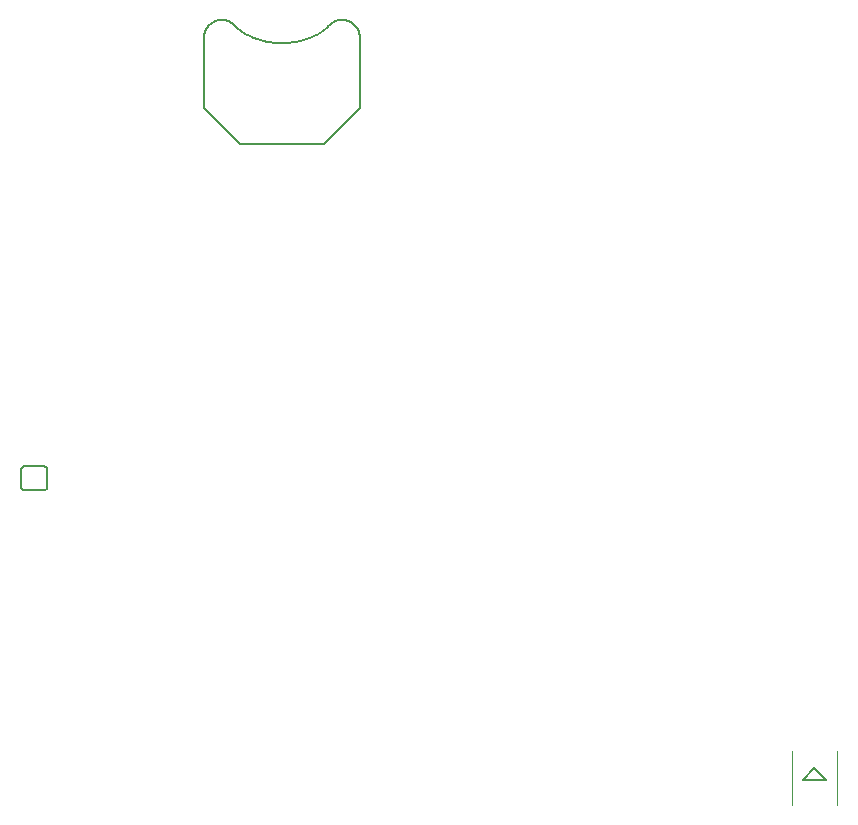
<source format=gbo>
G75*
%MOIN*%
%OFA0B0*%
%FSLAX25Y25*%
%IPPOS*%
%LPD*%
%AMOC8*
5,1,8,0,0,1.08239X$1,22.5*
%
%ADD10C,0.00500*%
%ADD11C,0.00400*%
%ADD12C,0.00800*%
%ADD13C,0.00600*%
D10*
X0140250Y0308050D02*
X0128300Y0320000D01*
X0128300Y0343600D01*
X0128302Y0343754D01*
X0128308Y0343907D01*
X0128318Y0344060D01*
X0128332Y0344213D01*
X0128349Y0344366D01*
X0128371Y0344518D01*
X0128397Y0344670D01*
X0128426Y0344820D01*
X0128460Y0344970D01*
X0128497Y0345119D01*
X0128538Y0345267D01*
X0128583Y0345414D01*
X0128631Y0345560D01*
X0128684Y0345704D01*
X0128740Y0345847D01*
X0128799Y0345989D01*
X0128863Y0346129D01*
X0128930Y0346267D01*
X0129000Y0346404D01*
X0129074Y0346538D01*
X0129151Y0346671D01*
X0129232Y0346802D01*
X0129316Y0346930D01*
X0129404Y0347057D01*
X0129494Y0347181D01*
X0129588Y0347302D01*
X0129685Y0347422D01*
X0129785Y0347538D01*
X0129888Y0347652D01*
X0129994Y0347764D01*
X0130102Y0347872D01*
X0130214Y0347978D01*
X0130328Y0348081D01*
X0130444Y0348181D01*
X0130564Y0348278D01*
X0130685Y0348371D01*
X0130809Y0348462D01*
X0130936Y0348549D01*
X0131064Y0348634D01*
X0131195Y0348714D01*
X0131328Y0348792D01*
X0131462Y0348866D01*
X0131599Y0348936D01*
X0131737Y0349003D01*
X0131877Y0349066D01*
X0132019Y0349126D01*
X0132162Y0349182D01*
X0132306Y0349234D01*
X0132452Y0349283D01*
X0132599Y0349328D01*
X0132747Y0349369D01*
X0132896Y0349406D01*
X0133046Y0349439D01*
X0133197Y0349469D01*
X0133348Y0349494D01*
X0133500Y0349516D01*
X0133653Y0349533D01*
X0133806Y0349547D01*
X0133959Y0349557D01*
X0134113Y0349563D01*
X0134266Y0349565D01*
X0134420Y0349563D01*
X0134573Y0349557D01*
X0134727Y0349547D01*
X0134880Y0349533D01*
X0135032Y0349515D01*
X0135184Y0349494D01*
X0135336Y0349468D01*
X0135486Y0349439D01*
X0135636Y0349405D01*
X0135785Y0349368D01*
X0135933Y0349327D01*
X0136080Y0349282D01*
X0136226Y0349233D01*
X0136371Y0349181D01*
X0136514Y0349125D01*
X0136655Y0349065D01*
X0136795Y0349002D01*
X0136933Y0348935D01*
X0137070Y0348864D01*
X0137204Y0348790D01*
X0137337Y0348713D01*
X0137468Y0348632D01*
X0137596Y0348548D01*
X0137723Y0348461D01*
X0137847Y0348370D01*
X0137968Y0348276D01*
X0138087Y0348179D01*
X0138204Y0348079D01*
X0138318Y0347976D01*
X0138430Y0347871D01*
X0138538Y0347762D01*
X0138644Y0347651D01*
X0138747Y0347536D01*
X0138847Y0347420D01*
X0138943Y0347300D01*
X0139037Y0347179D01*
X0139128Y0347055D01*
X0139215Y0346928D01*
X0139299Y0346800D01*
X0139300Y0346800D02*
X0139759Y0346453D01*
X0140227Y0346117D01*
X0140702Y0345793D01*
X0141185Y0345480D01*
X0141675Y0345179D01*
X0142173Y0344889D01*
X0142677Y0344612D01*
X0143188Y0344347D01*
X0143705Y0344095D01*
X0144229Y0343855D01*
X0144757Y0343627D01*
X0145291Y0343413D01*
X0145830Y0343211D01*
X0146374Y0343023D01*
X0146922Y0342847D01*
X0147475Y0342685D01*
X0148031Y0342536D01*
X0148590Y0342401D01*
X0149152Y0342279D01*
X0149718Y0342171D01*
X0150285Y0342076D01*
X0150855Y0341995D01*
X0151427Y0341928D01*
X0152000Y0341875D01*
X0152574Y0341835D01*
X0153149Y0341810D01*
X0153725Y0341798D01*
X0154300Y0341800D01*
X0169301Y0346800D02*
X0169385Y0346928D01*
X0169472Y0347055D01*
X0169563Y0347179D01*
X0169657Y0347300D01*
X0169753Y0347420D01*
X0169853Y0347536D01*
X0169956Y0347651D01*
X0170062Y0347762D01*
X0170170Y0347871D01*
X0170282Y0347976D01*
X0170396Y0348079D01*
X0170513Y0348179D01*
X0170632Y0348276D01*
X0170753Y0348370D01*
X0170877Y0348461D01*
X0171004Y0348548D01*
X0171132Y0348632D01*
X0171263Y0348713D01*
X0171396Y0348790D01*
X0171530Y0348864D01*
X0171667Y0348935D01*
X0171805Y0349002D01*
X0171945Y0349065D01*
X0172086Y0349125D01*
X0172229Y0349181D01*
X0172374Y0349233D01*
X0172520Y0349282D01*
X0172667Y0349327D01*
X0172815Y0349368D01*
X0172964Y0349405D01*
X0173114Y0349439D01*
X0173264Y0349468D01*
X0173416Y0349494D01*
X0173568Y0349515D01*
X0173720Y0349533D01*
X0173873Y0349547D01*
X0174027Y0349557D01*
X0174180Y0349563D01*
X0174334Y0349565D01*
X0174487Y0349563D01*
X0174641Y0349557D01*
X0174794Y0349547D01*
X0174947Y0349533D01*
X0175100Y0349516D01*
X0175252Y0349494D01*
X0175403Y0349469D01*
X0175554Y0349439D01*
X0175704Y0349406D01*
X0175853Y0349369D01*
X0176001Y0349328D01*
X0176148Y0349283D01*
X0176294Y0349234D01*
X0176438Y0349182D01*
X0176581Y0349126D01*
X0176723Y0349066D01*
X0176863Y0349003D01*
X0177001Y0348936D01*
X0177138Y0348866D01*
X0177272Y0348792D01*
X0177405Y0348714D01*
X0177536Y0348634D01*
X0177664Y0348549D01*
X0177791Y0348462D01*
X0177915Y0348371D01*
X0178036Y0348278D01*
X0178156Y0348181D01*
X0178272Y0348081D01*
X0178386Y0347978D01*
X0178498Y0347872D01*
X0178606Y0347764D01*
X0178712Y0347652D01*
X0178815Y0347538D01*
X0178915Y0347422D01*
X0179012Y0347302D01*
X0179106Y0347181D01*
X0179196Y0347057D01*
X0179284Y0346930D01*
X0179368Y0346802D01*
X0179449Y0346671D01*
X0179526Y0346538D01*
X0179600Y0346404D01*
X0179670Y0346267D01*
X0179737Y0346129D01*
X0179801Y0345989D01*
X0179860Y0345847D01*
X0179916Y0345704D01*
X0179969Y0345560D01*
X0180017Y0345414D01*
X0180062Y0345267D01*
X0180103Y0345119D01*
X0180140Y0344970D01*
X0180174Y0344820D01*
X0180203Y0344670D01*
X0180229Y0344518D01*
X0180251Y0344366D01*
X0180268Y0344213D01*
X0180282Y0344060D01*
X0180292Y0343907D01*
X0180298Y0343754D01*
X0180300Y0343600D01*
X0180300Y0320000D01*
X0168350Y0308050D01*
X0140250Y0308050D01*
X0154300Y0341800D02*
X0154875Y0341798D01*
X0155451Y0341810D01*
X0156026Y0341835D01*
X0156600Y0341875D01*
X0157173Y0341928D01*
X0157745Y0341995D01*
X0158315Y0342076D01*
X0158882Y0342171D01*
X0159448Y0342279D01*
X0160010Y0342401D01*
X0160569Y0342536D01*
X0161125Y0342685D01*
X0161678Y0342847D01*
X0162226Y0343023D01*
X0162770Y0343211D01*
X0163309Y0343413D01*
X0163843Y0343627D01*
X0164371Y0343855D01*
X0164895Y0344095D01*
X0165412Y0344347D01*
X0165923Y0344612D01*
X0166427Y0344889D01*
X0166925Y0345179D01*
X0167415Y0345480D01*
X0167898Y0345793D01*
X0168373Y0346117D01*
X0168841Y0346453D01*
X0169300Y0346800D01*
D11*
X0324300Y0105700D02*
X0324300Y0087900D01*
X0339300Y0087900D02*
X0339300Y0105700D01*
D12*
X0331800Y0100068D02*
X0335737Y0096040D01*
X0327863Y0096040D01*
X0331800Y0100068D01*
D13*
X0074950Y0192863D02*
X0068650Y0192863D01*
X0068587Y0192860D01*
X0068524Y0192859D01*
X0068461Y0192863D01*
X0068398Y0192870D01*
X0068336Y0192881D01*
X0068274Y0192895D01*
X0068214Y0192913D01*
X0068154Y0192934D01*
X0068096Y0192959D01*
X0068039Y0192987D01*
X0067984Y0193019D01*
X0067932Y0193053D01*
X0067881Y0193091D01*
X0067832Y0193132D01*
X0067786Y0193175D01*
X0067742Y0193221D01*
X0067702Y0193269D01*
X0067664Y0193320D01*
X0067629Y0193372D01*
X0067597Y0193427D01*
X0067568Y0193483D01*
X0067543Y0193541D01*
X0067521Y0193601D01*
X0067503Y0193661D01*
X0067488Y0193723D01*
X0067477Y0193785D01*
X0067469Y0193848D01*
X0067469Y0193847D02*
X0067469Y0199753D01*
X0067469Y0199752D02*
X0067477Y0199815D01*
X0067488Y0199877D01*
X0067503Y0199939D01*
X0067521Y0199999D01*
X0067543Y0200059D01*
X0067568Y0200117D01*
X0067597Y0200173D01*
X0067628Y0200228D01*
X0067663Y0200281D01*
X0067701Y0200331D01*
X0067742Y0200380D01*
X0067786Y0200425D01*
X0067832Y0200469D01*
X0067880Y0200509D01*
X0067931Y0200547D01*
X0067984Y0200581D01*
X0068039Y0200613D01*
X0068096Y0200641D01*
X0068154Y0200666D01*
X0068213Y0200687D01*
X0068274Y0200705D01*
X0068336Y0200719D01*
X0068398Y0200730D01*
X0068461Y0200737D01*
X0068524Y0200741D01*
X0068587Y0200740D01*
X0068650Y0200736D01*
X0068650Y0200737D02*
X0074950Y0200737D01*
X0075013Y0200740D01*
X0075076Y0200741D01*
X0075139Y0200737D01*
X0075202Y0200730D01*
X0075264Y0200719D01*
X0075326Y0200705D01*
X0075386Y0200687D01*
X0075446Y0200666D01*
X0075504Y0200641D01*
X0075561Y0200613D01*
X0075616Y0200581D01*
X0075668Y0200547D01*
X0075719Y0200509D01*
X0075768Y0200468D01*
X0075814Y0200425D01*
X0075858Y0200379D01*
X0075898Y0200331D01*
X0075936Y0200280D01*
X0075971Y0200228D01*
X0076003Y0200173D01*
X0076032Y0200117D01*
X0076057Y0200059D01*
X0076079Y0199999D01*
X0076097Y0199939D01*
X0076112Y0199877D01*
X0076123Y0199815D01*
X0076131Y0199752D01*
X0076131Y0199753D02*
X0076131Y0193847D01*
X0076131Y0193848D02*
X0076123Y0193785D01*
X0076112Y0193723D01*
X0076097Y0193661D01*
X0076079Y0193601D01*
X0076057Y0193541D01*
X0076032Y0193483D01*
X0076003Y0193427D01*
X0075971Y0193372D01*
X0075936Y0193320D01*
X0075898Y0193269D01*
X0075858Y0193221D01*
X0075814Y0193175D01*
X0075768Y0193132D01*
X0075719Y0193091D01*
X0075668Y0193053D01*
X0075616Y0193019D01*
X0075561Y0192987D01*
X0075504Y0192959D01*
X0075446Y0192934D01*
X0075386Y0192913D01*
X0075326Y0192895D01*
X0075264Y0192881D01*
X0075202Y0192870D01*
X0075139Y0192863D01*
X0075076Y0192859D01*
X0075013Y0192860D01*
X0074950Y0192863D01*
M02*

</source>
